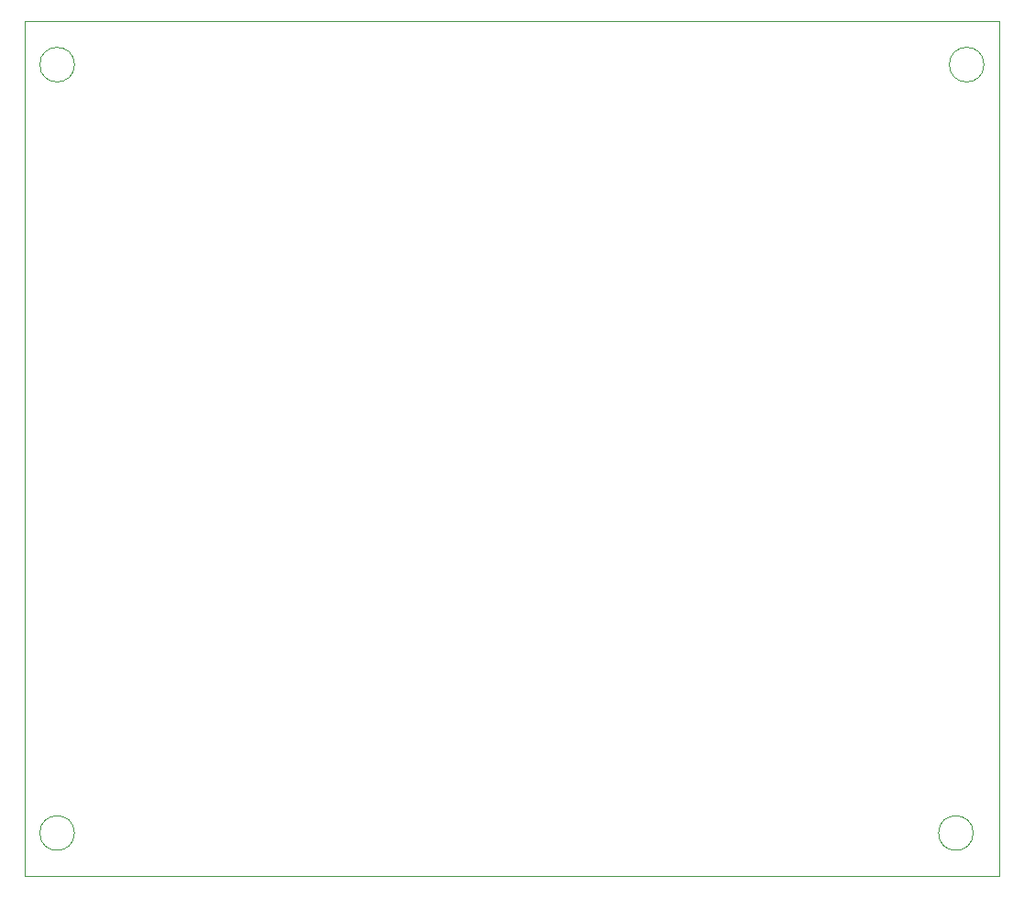
<source format=gbr>
%TF.GenerationSoftware,KiCad,Pcbnew,9.0.3*%
%TF.CreationDate,2025-08-11T18:09:04+09:00*%
%TF.ProjectId,debugVCFSeparate,64656275-6756-4434-9653-657061726174,rev?*%
%TF.SameCoordinates,Original*%
%TF.FileFunction,Profile,NP*%
%FSLAX46Y46*%
G04 Gerber Fmt 4.6, Leading zero omitted, Abs format (unit mm)*
G04 Created by KiCad (PCBNEW 9.0.3) date 2025-08-11 18:09:04*
%MOMM*%
%LPD*%
G01*
G04 APERTURE LIST*
%TA.AperFunction,Profile*%
%ADD10C,0.050000*%
%TD*%
G04 APERTURE END LIST*
D10*
X189600000Y-30000000D02*
G75*
G02*
X186400000Y-30000000I-1600000J0D01*
G01*
X186400000Y-30000000D02*
G75*
G02*
X189600000Y-30000000I1600000J0D01*
G01*
X188600000Y-101000000D02*
G75*
G02*
X185400000Y-101000000I-1600000J0D01*
G01*
X185400000Y-101000000D02*
G75*
G02*
X188600000Y-101000000I1600000J0D01*
G01*
X105600000Y-101000000D02*
G75*
G02*
X102400000Y-101000000I-1600000J0D01*
G01*
X102400000Y-101000000D02*
G75*
G02*
X105600000Y-101000000I1600000J0D01*
G01*
X105600000Y-30000000D02*
G75*
G02*
X102400000Y-30000000I-1600000J0D01*
G01*
X102400000Y-30000000D02*
G75*
G02*
X105600000Y-30000000I1600000J0D01*
G01*
X101000000Y-26000000D02*
X191000000Y-26000000D01*
X191000000Y-105000000D01*
X101000000Y-105000000D01*
X101000000Y-26000000D01*
M02*

</source>
